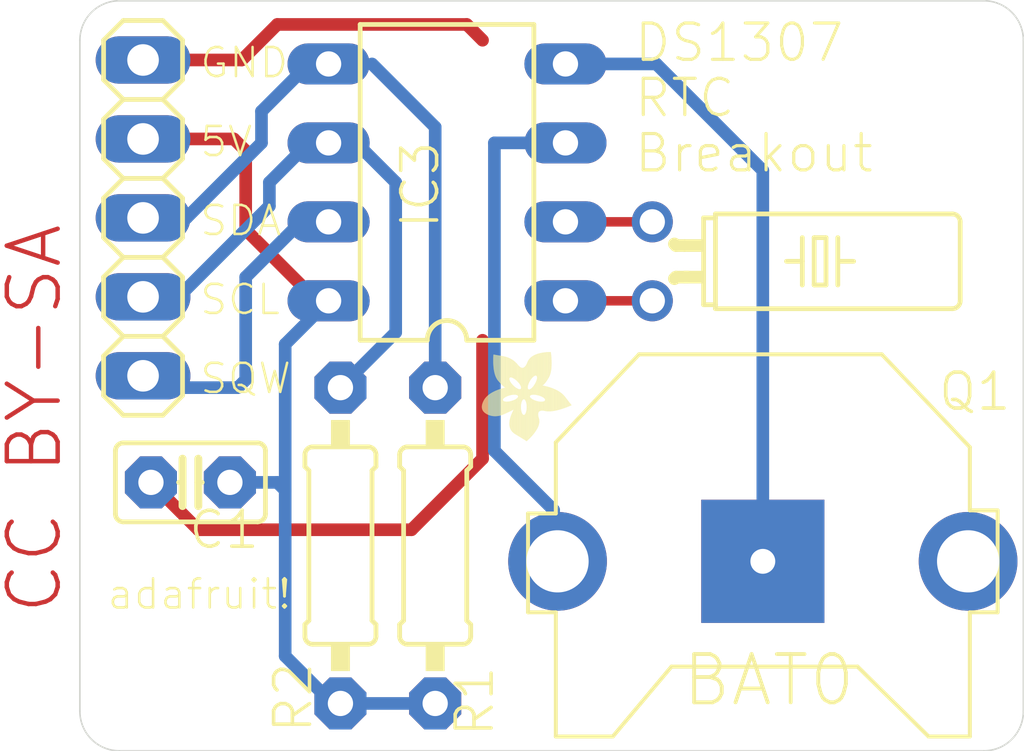
<source format=kicad_pcb>
(kicad_pcb (version 20211014) (generator pcbnew)
  (layers (0 "F.Cu" signal) (1 "In1.Cu" signal) (2 "In2.Cu" signal) (3 "In3.Cu" signal) (4 "In4.Cu" signal) (5 "In5.Cu" signal) (6 "In6.Cu" signal) (7 "In7.Cu" signal) (8 "In8.Cu" signal) (9 "In9.Cu" signal) (10 "In10.Cu" signal) (11 "In11.Cu" signal) (12 "In12.Cu" signal) (13 "In13.Cu" signal) (14 "In14.Cu" signal) (31 "B.Cu" signal) (34 "B.Paste" user) (35 "F.Paste" user) (36 "B.SilkS" user "B.Silkscreen") (37 "F.SilkS" user "F.Silkscreen") (38 "B.Mask" user) (39 "F.Mask" user) (44 "Edge.Cuts" user))
  (net 0 "")
  (net 1 "GND")
  (net 2 "VCC")
  (net 3 "SDA")
  (net 4 "SCL")
  (net 5 "N$14")
  (net 6 "N$15")
  (net 7 "N$39")
  (net 8 "SQW")
  (footprint "boardEagle:ADAFRUIT200MIL" (layer "F.Cu") (at 147.8026 105.6386 180)
    (fp_text reference "U$1" hide)
    (fp_text value "" hide)
  )
  (footprint "boardEagle:1X05" (layer "F.Cu") (at 135.3566 99.9236 90)
    (fp_text reference "JP2" hide)
    (fp_text value "")
    (pad "1" thru_hole oval (at -5.08 0 180) (size 3.048 1.524) (drill 1.016) (layers *.Cu *.Mask) (net 8 "SQW"))
    (pad "2" thru_hole oval (at -2.54 0 180) (size 3.048 1.524) (drill 1.016) (layers *.Cu *.Mask) (net 4 "SCL"))
    (pad "3" thru_hole oval (at 0 0 180) (size 3.048 1.524) (drill 1.016) (layers *.Cu *.Mask) (net 3 "SDA"))
    (pad "4" thru_hole oval (at 2.54 0 180) (size 3.048 1.524) (drill 1.016) (layers *.Cu *.Mask) (net 2 "VCC"))
    (pad "5" thru_hole oval (at 5.08 0 180) (size 3.048 1.524) (drill 1.016) (layers *.Cu *.Mask) (net 1 "GND"))
  )
  (footprint "boardEagle:CR1220-THM" (layer "F.Cu") (at 155.2956 110.9726 180)
    (fp_text reference "BAT0" (at -3.048 -3.824) (layer "F.SilkS") (effects (font (size 1.553017 1.553017) (thickness 0.123383)) (justify right)))
    (fp_text value "CR1220")
    (pad "+1" thru_hole circle (at -6.604 0 180) (size 3.175 3.175) (drill 2) (layers *.Cu *.Mask))
    (pad "+2" thru_hole circle (at 6.604 0 180) (size 3.175 3.175) (drill 2) (layers *.Cu *.Mask) (net 7 "N$39"))
    (pad "-" thru_hole rect (at 0 0 180) (size 3.9624 3.9624) (drill 0.8) (layers *.Cu *.Mask) (net 1 "GND"))
  )
  (footprint "boardEagle:TC38H" (layer "F.Cu") (at 151.7396 101.3206 -90)
    (fp_text reference "Q1" (at 4.191 -9.144) (layer "F.SilkS") (effects (font (size 1.1557 1.1557) (thickness 0.1143)) (justify left)))
    (fp_text value "32.768")
    (pad "1" thru_hole circle (at -1.27 0 270) (size 1.3208 1.3208) (drill 0.8128) (layers *.Cu *.Mask) (net 6 "N$15"))
    (pad "2" thru_hole circle (at 1.27 0 270) (size 1.3208 1.3208) (drill 0.8128) (layers *.Cu *.Mask) (net 5 "N$14"))
  )
  (footprint "boardEagle:0207_10" (layer "F.Cu") (at 141.7066 110.4646 90)
    (fp_text reference "R2" (at -6.096 -1.524 90) (layer "F.SilkS") (effects (font (size 1.1557 1.1557) (thickness 0.1143)) (justify left)))
    (fp_text value "2.2K")
    (pad "1" thru_hole roundrect (at -5.08 0 90) (size 1.6764 1.6764) (drill 0.8128) (layers *.Cu *.Mask) (chamfer_ratio 0.2928932188) (chamfer top_left top_right bottom_left bottom_right) (net 2 "VCC"))
    (pad "2" thru_hole roundrect (at 5.08 0 90) (size 1.6764 1.6764) (drill 0.8128) (layers *.Cu *.Mask) (chamfer_ratio 0.2928932188) (chamfer top_left top_right bottom_left bottom_right) (net 4 "SCL"))
  )
  (footprint "boardEagle:0207_10" (layer "F.Cu") (at 144.7546 110.4646 -90)
    (fp_text reference "R1" (at 3.81 -1.27 90) (layer "F.SilkS") (effects (font (size 1.1557 1.1557) (thickness 0.1143)) (justify right)))
    (fp_text value "2.2k")
    (pad "1" thru_hole roundrect (at -5.08 0 270) (size 1.6764 1.6764) (drill 0.8128) (layers *.Cu *.Mask) (chamfer_ratio 0.2928932188) (chamfer top_left top_right bottom_left bottom_right) (net 3 "SDA"))
    (pad "2" thru_hole roundrect (at 5.08 0 270) (size 1.6764 1.6764) (drill 0.8128) (layers *.Cu *.Mask) (chamfer_ratio 0.2928932188) (chamfer top_left top_right bottom_left bottom_right) (net 2 "VCC"))
  )
  (footprint "boardEagle:DIL08" (layer "F.Cu") (at 145.1356 98.7806 90)
    (fp_text reference "IC3" (at 1.397 -0.8636 90) (layer "F.SilkS") (effects (font (size 1.1557 1.1557) (thickness 0.1143)) (justify right)))
    (fp_text value "DS1307")
    (pad "1" thru_hole oval (at -3.81 3.81 180) (size 2.6416 1.3208) (drill 0.8128) (layers *.Cu *.Mask) (net 5 "N$14"))
    (pad "2" thru_hole oval (at -1.27 3.81 180) (size 2.6416 1.3208) (drill 0.8128) (layers *.Cu *.Mask) (net 6 "N$15"))
    (pad "3" thru_hole oval (at 1.27 3.81 180) (size 2.6416 1.3208) (drill 0.8128) (layers *.Cu *.Mask) (net 7 "N$39"))
    (pad "4" thru_hole oval (at 3.81 3.81 180) (size 2.6416 1.3208) (drill 0.8128) (layers *.Cu *.Mask) (net 1 "GND"))
    (pad "5" thru_hole oval (at 3.81 -3.81 180) (size 2.6416 1.3208) (drill 0.8128) (layers *.Cu *.Mask) (net 3 "SDA"))
    (pad "6" thru_hole oval (at 1.27 -3.81 180) (size 2.6416 1.3208) (drill 0.8128) (layers *.Cu *.Mask) (net 4 "SCL"))
    (pad "7" thru_hole oval (at -1.27 -3.81 180) (size 2.6416 1.3208) (drill 0.8128) (layers *.Cu *.Mask) (net 8 "SQW"))
    (pad "8" thru_hole oval (at -3.81 -3.81 180) (size 2.6416 1.3208) (drill 0.8128) (layers *.Cu *.Mask) (net 2 "VCC"))
  )
  (footprint "" (layer "F.Cu") (at 135.9916 114.5286)
    (fp_text reference "@HOLE1" hide)
    (fp_text value "" (at 0 0) (layer "F.SilkS") (effects (font (size 1.27 1.27))))
    (pad "" np_thru_hole circle (at 0 0) (size 3.2 3.2) (drill 3.2) (layers *.Cu *.Mask))
  )
  (footprint "boardEagle:C025-025X050" (layer "F.Cu") (at 136.8806 108.4326 180)
    (fp_text reference "C1" (at -2.286 -1.524) (layer "F.SilkS") (effects (font (size 1.1557 1.1557) (thickness 0.1143)) (justify right)))
    (fp_text value "0.1uF")
    (pad "1" thru_hole roundrect (at -1.27 0 180) (size 1.6764 1.6764) (drill 0.8128) (layers *.Cu *.Mask) (chamfer_ratio 0.2928932188) (chamfer top_left top_right bottom_left bottom_right) (net 2 "VCC"))
    (pad "2" thru_hole roundrect (at 1.27 0 180) (size 1.6764 1.6764) (drill 0.8128) (layers *.Cu *.Mask) (chamfer_ratio 0.2928932188) (chamfer top_left top_right bottom_left bottom_right) (net 1 "GND"))
  )
  (footprint "" (layer "F.Cu") (at 159.9946 95.7326)
    (fp_text reference "@HOLE0" hide)
    (fp_text value "" (at 0 0) (layer "F.SilkS") (effects (font (size 1.27 1.27))))
    (pad "" np_thru_hole circle (at 0 0) (size 3.2 3.2) (drill 3.2) (layers *.Cu *.Mask))
  )
  (gr_line (start 133.3246 115.7986) (end 133.3246 94.2086) (layer "Edge.Cuts") (width 0.05))
  (gr_arc (start 133.3246 94.2086) (mid 133.696574 93.310574) (end 134.5946 92.9386) (layer "Edge.Cuts") (width 0.05))
  (gr_line (start 134.5946 92.9386) (end 162.4076 92.9386) (layer "Edge.Cuts") (width 0.05))
  (gr_arc (start 134.5946 117.0686) (mid 133.696574 116.696626) (end 133.3246 115.7986) (layer "Edge.Cuts") (width 0.05))
  (gr_arc (start 162.4076 92.9386) (mid 163.305626 93.310574) (end 163.6776 94.2086) (layer "Edge.Cuts") (width 0.05))
  (gr_line (start 162.4076 117.0686) (end 134.5946 117.0686) (layer "Edge.Cuts") (width 0.05))
  (gr_line (start 163.6776 94.2086) (end 163.6776 115.7986) (layer "Edge.Cuts") (width 0.05))
  (gr_arc (start 163.6776 115.7986) (mid 163.305626 116.696626) (end 162.4076 117.0686) (layer "Edge.Cuts") (width 0.05))
  (gr_text "CC BY-SA" (at 132.8166 112.7506 90) (layer "F.Cu") (effects (font (size 1.63576 1.63576) (thickness 0.14224)) (justify left bottom)))
  (gr_text "GND" (at 137.1346 95.4786) (layer "F.SilkS") (effects (font (size 0.93472 0.93472) (thickness 0.08128)) (justify left bottom)))
  (gr_text "adafruit!" (at 140.1826 111.4806) (layer "F.SilkS") (effects (font (size 0.93472 0.93472) (thickness 0.08128)) (justify right top)))
  (gr_text "SDA" (at 137.1346 100.5586) (layer "F.SilkS") (effects (font (size 0.93472 0.93472) (thickness 0.08128)) (justify left bottom)))
  (gr_text "5V" (at 137.1346 98.0186) (layer "F.SilkS") (effects (font (size 0.93472 0.93472) (thickness 0.08128)) (justify left bottom)))
  (gr_text "DS1307" (at 151.1046 94.9706) (layer "F.SilkS") (effects (font (size 1.1684 1.1684) (thickness 0.1016)) (justify left bottom)))
  (gr_text "RTC" (at 151.1046 96.7486) (layer "F.SilkS") (effects (font (size 1.1684 1.1684) (thickness 0.1016)) (justify left bottom)))
  (gr_text "Breakout" (at 151.1046 98.5266) (layer "F.SilkS") (effects (font (size 1.1684 1.1684) (thickness 0.1016)) (justify left bottom)))
  (gr_text "SQW" (at 137.1346 105.6386) (layer "F.SilkS") (effects (font (size 0.93472 0.93472) (thickness 0.08128)) (justify left bottom)))
  (gr_text "SCL" (at 137.1346 103.0986) (layer "F.SilkS") (effects (font (size 0.93472 0.93472) (thickness 0.08128)) (justify left bottom)))
  (segment (start 146.2786 107.6706) (end 146.2786 103.8606) (width 0.4064) (layer "F.Cu") (net 1))
  (segment (start 148.9456 94.9706) (end 148.8186 94.9706) (width 0.4064) (layer "F.Cu") (net 1))
  (segment (start 135.6106 108.4326) (end 137.1346 109.9566) (width 0.4064) (layer "F.Cu") (net 1))
  (segment (start 139.6746 93.7006) (end 145.7706 93.7006) (width 0.4064) (layer "F.Cu") (net 1))
  (segment (start 137.1346 109.9566) (end 143.9926 109.9566) (width 0.4064) (layer "F.Cu") (net 1))
  (segment (start 143.9926 109.9566) (end 146.2786 107.6706) (width 0.4064) (layer "F.Cu") (net 1))
  (segment (start 145.7706 93.7006) (end 146.2786 94.2086) (width 0.4064) (layer "F.Cu") (net 1))
  (segment (start 135.3566 94.8436) (end 138.5316 94.8436) (width 0.4064) (layer "F.Cu") (net 1))
  (segment (start 138.5316 94.8436) (end 139.6746 93.7006) (width 0.4064) (layer "F.Cu") (net 1))
  (segment (start 155.2956 98.3996) (end 151.8666 94.9706) (width 0.4064) (layer "B.Cu") (net 1))
  (segment (start 155.2956 110.9726) (end 155.2956 98.3996) (width 0.4064) (layer "B.Cu") (net 1))
  (segment (start 151.8666 94.9706) (end 148.9456 94.9706) (width 0.4064) (layer "B.Cu") (net 1))
  (segment (start 138.2776 97.3836) (end 135.3566 97.3836) (width 0.4064) (layer "F.Cu") (net 2))
  (segment (start 138.6586 100.3046) (end 138.6586 97.7646) (width 0.4064) (layer "F.Cu") (net 2))
  (segment (start 138.6586 97.7646) (end 138.2776 97.3836) (width 0.4064) (layer "F.Cu") (net 2))
  (segment (start 141.3256 102.5906) (end 140.9446 102.5906) (width 0.4064) (layer "F.Cu") (net 2))
  (segment (start 140.9446 102.5906) (end 138.6586 100.3046) (width 0.4064) (layer "F.Cu") (net 2))
  (segment (start 139.9286 108.6866) (end 139.6746 108.4326) (width 0.4064) (layer "B.Cu") (net 2))
  (segment (start 141.4526 115.5446) (end 139.9286 114.0206) (width 0.4064) (layer "B.Cu") (net 2))
  (segment (start 141.7066 115.5446) (end 144.7546 115.5446) (width 0.4064) (layer "B.Cu") (net 2))
  (segment (start 139.6746 108.4326) (end 138.1506 108.4326) (width 0.4064) (layer "B.Cu") (net 2))
  (segment (start 139.9286 114.0206) (end 139.9286 108.6866) (width 0.4064) (layer "B.Cu") (net 2))
  (segment (start 139.9286 103.9876) (end 141.3256 102.5906) (width 0.4064) (layer "B.Cu") (net 2))
  (segment (start 141.7066 115.5446) (end 141.4526 115.5446) (width 0.4064) (layer "B.Cu") (net 2))
  (segment (start 139.9286 108.6866) (end 139.9286 103.9876) (width 0.4064) (layer "B.Cu") (net 2))
  (segment (start 135.3566 99.9236) (end 136.7536 99.9236) (width 0.4064) (layer "B.Cu") (net 3))
  (segment (start 139.1666 96.4946) (end 140.6906 94.9706) (width 0.4064) (layer "B.Cu") (net 3))
  (segment (start 144.7546 105.3846) (end 144.7546 97.0026) (width 0.4064) (layer "B.Cu") (net 3))
  (segment (start 140.6906 94.9706) (end 141.3256 94.9706) (width 0.4064) (layer "B.Cu") (net 3))
  (segment (start 136.7536 99.9236) (end 139.1666 97.5106) (width 0.4064) (layer "B.Cu") (net 3))
  (segment (start 141.3256 94.9706) (end 141.9606 94.9706) (width 0.4064) (layer "B.Cu") (net 3))
  (segment (start 144.7546 97.0026) (end 142.7226 94.9706) (width 0.4064) (layer "B.Cu") (net 3))
  (segment (start 139.1666 97.5106) (end 139.1666 96.4946) (width 0.4064) (layer "B.Cu") (net 3))
  (segment (start 136.4996 102.4636) (end 139.4206 99.5426) (width 0.4064) (layer "B.Cu") (net 4))
  (segment (start 141.3256 97.3836) (end 141.3256 97.5106) (width 0.4064) (layer "B.Cu") (net 4))
  (segment (start 139.4206 99.5426) (end 139.4206 98.7806) (width 0.4064) (layer "B.Cu") (net 4))
  (segment (start 143.4846 98.7806) (end 143.4846 103.6066) (width 0.4064) (layer "B.Cu") (net 4))
  (segment (start 143.4846 103.6066) (end 141.7066 105.3846) (width 0.4064) (layer "B.Cu") (net 4))
  (segment (start 140.4366 97.7646) (end 140.9446 97.7646) (width 0.4064) (layer "B.Cu") (net 4))
  (segment (start 135.3566 102.4636) (end 136.4996 102.4636) (width 0.4064) (layer "B.Cu") (net 4))
  (segment (start 139.4206 98.7806) (end 140.4366 97.7646) (width 0.4064) (layer "B.Cu") (net 4))
  (segment (start 140.9446 97.7646) (end 141.3256 97.3836) (width 0.4064) (layer "B.Cu") (net 4))
  (segment (start 142.2146 97.5106) (end 143.4846 98.7806) (width 0.4064) (layer "B.Cu") (net 4))
  (segment (start 141.3256 97.5106) (end 142.2146 97.5106) (width 0.4064) (layer "B.Cu") (net 4))
  (segment (start 141.3256 97.3836) (end 141.4526 97.2566) (width 0.4064) (layer "B.Cu") (net 4))
  (segment (start 141.3256 97.5106) (end 141.1986 97.5106) (width 0.4064) (layer "B.Cu") (net 4))
  (segment (start 149.343615 102.6541) (end 149.3901 102.607615) (width 0.3048) (layer "F.Cu") (net 5))
  (segment (start 149.3901 102.607615) (end 149.4536 102.5906) (width 0.3048) (layer "F.Cu") (net 5))
  (segment (start 149.1996 102.5906) (end 149.2631 102.607615) (width 0.3048) (layer "F.Cu") (net 5))
  (segment (start 149.3266 102.7176) (end 149.343615 102.6541) (width 0.3048) (layer "F.Cu") (net 5))
  (segment (start 149.4536 102.5906) (end 151.7396 102.5906) (width 0.3048) (layer "F.Cu") (net 5))
  (segment (start 148.9456 102.5906) (end 149.1996 102.5906) (width 0.3048) (layer "F.Cu") (net 5))
  (segment (start 149.3266 102.7176) (end 149.3266 102.7176) (width 0.3048) (layer "F.Cu") (net 5))
  (segment (start 149.1996 102.5906) (end 149.1996 102.5906) (width 0.3048) (layer "F.Cu") (net 5))
  (segment (start 149.309585 102.6541) (end 149.3266 102.7176) (width 0.3048) (layer "F.Cu") (net 5))
  (segment (start 149.2631 102.607615) (end 149.309585 102.6541) (width 0.3048) (layer "F.Cu") (net 5))
  (segment (start 148.9456 100.0506) (end 151.7396 100.0506) (width 0.3048) (layer "F.Cu") (net 6))
  (segment (start 148.5646 109.3216) (end 146.6596 107.4166) (width 0.4064) (layer "B.Cu") (net 7))
  (segment (start 146.6596 107.4166) (end 146.6596 97.5106) (width 0.4064) (layer "B.Cu") (net 7))
  (segment (start 146.6596 97.5106) (end 148.9456 97.5106) (width 0.4064) (layer "B.Cu") (net 7))
  (segment (start 148.5646 110.9726) (end 148.5646 109.3216) (width 0.4064) (layer "B.Cu") (net 7))
  (segment (start 148.6916 110.9726) (end 148.5646 110.9726) (width 0.4064) (layer "B.Cu") (net 7))
  (segment (start 138.4046 105.3846) (end 138.6586 105.1306) (width 0.4064) (layer "B.Cu") (net 8))
  (segment (start 135.1026 105.1306) (end 135.2296 105.1306) (width 0.4064) (layer "B.Cu") (net 8))
  (segment (start 135.2296 105.1306) (end 135.3566 105.0036) (width 0.4064) (layer "B.Cu") (net 8))
  (segment (start 138.6586 105.1306) (end 138.6586 101.8286) (width 0.4064) (layer "B.Cu") (net 8))
  (segment (start 135.8646 105.3846) (end 138.4046 105.3846) (width 0.4064) (layer "B.Cu") (net 8))
  (segment (start 138.6586 101.8286) (end 140.4366 100.0506) (width 0.4064) (layer "B.Cu") (net 8))
  (segment (start 140.4366 100.0506) (end 141.3256 100.0506) (width 0.4064) (layer "B.Cu") (net 8))
  (segment (start 135.8646 105.3846) (end 135.6106 105.1306) (width 0.4064) (layer "B.Cu") (net 8))
  (segment (start 135.6106 105.1306) (end 135.2296 105.1306) (width 0.4064) (layer "B.Cu") (net 8))
)
</source>
